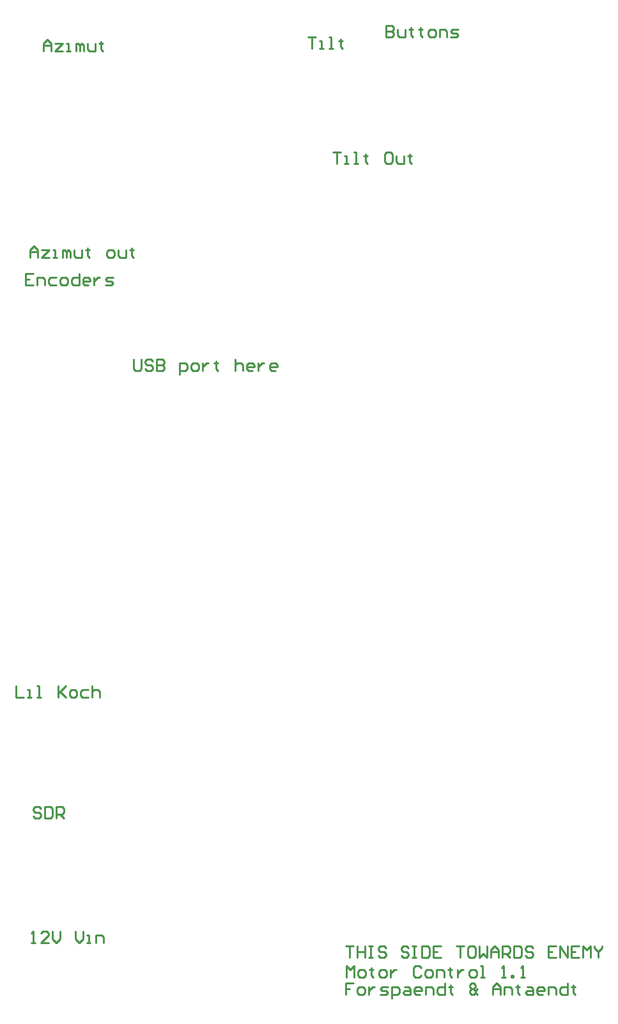
<source format=gbr>
%TF.GenerationSoftware,Altium Limited,Altium Designer,25.8.1 (18)*%
G04 Layer_Color=8421504*
%FSLAX45Y45*%
%MOMM*%
%TF.SameCoordinates,1B6F2BE7-5339-4887-9720-52C865558AB3*%
%TF.FilePolarity,Positive*%
%TF.FileFunction,Paste,Top*%
%TF.Part,Single*%
G01*
G75*
%TA.AperFunction,NonConductor*%
%ADD34C,0.25400*%
D34*
X10922000Y13182552D02*
X11023567D01*
X10972783D01*
Y13030200D01*
X11074351D02*
X11125134D01*
X11099743D01*
Y13131767D01*
X11074351D01*
X11201310Y13030200D02*
X11252093D01*
X11226701D01*
Y13182552D01*
X11201310D01*
X11353660Y13157159D02*
Y13131767D01*
X11328268D01*
X11379052D01*
X11353660D01*
Y13055592D01*
X11379052Y13030200D01*
X11683753Y13182552D02*
X11632970D01*
X11607578Y13157159D01*
Y13055592D01*
X11632970Y13030200D01*
X11683753D01*
X11709145Y13055592D01*
Y13157159D01*
X11683753Y13182552D01*
X11759929Y13131767D02*
Y13055592D01*
X11785321Y13030200D01*
X11861496D01*
Y13131767D01*
X11937671Y13157159D02*
Y13131767D01*
X11912279D01*
X11963063D01*
X11937671D01*
Y13055592D01*
X11963063Y13030200D01*
X6946867Y11569651D02*
X6845300D01*
Y11417300D01*
X6946867D01*
X6845300Y11493475D02*
X6896083D01*
X6997651Y11417300D02*
Y11518867D01*
X7073826D01*
X7099218Y11493475D01*
Y11417300D01*
X7251569Y11518867D02*
X7175393D01*
X7150001Y11493475D01*
Y11442692D01*
X7175393Y11417300D01*
X7251569D01*
X7327744D02*
X7378528D01*
X7403919Y11442692D01*
Y11493475D01*
X7378528Y11518867D01*
X7327744D01*
X7302352Y11493475D01*
Y11442692D01*
X7327744Y11417300D01*
X7556270Y11569651D02*
Y11417300D01*
X7480095D01*
X7454703Y11442692D01*
Y11493475D01*
X7480095Y11518867D01*
X7556270D01*
X7683229Y11417300D02*
X7632445D01*
X7607054Y11442692D01*
Y11493475D01*
X7632445Y11518867D01*
X7683229D01*
X7708621Y11493475D01*
Y11468083D01*
X7607054D01*
X7759404Y11518867D02*
Y11417300D01*
Y11468083D01*
X7784796Y11493475D01*
X7810188Y11518867D01*
X7835580D01*
X7911755Y11417300D02*
X7987930D01*
X8013322Y11442692D01*
X7987930Y11468083D01*
X7937147D01*
X7911755Y11493475D01*
X7937147Y11518867D01*
X8013322D01*
X6908800Y11785600D02*
Y11887167D01*
X6959583Y11937951D01*
X7010367Y11887167D01*
Y11785600D01*
Y11861775D01*
X6908800D01*
X7061151Y11887167D02*
X7162718D01*
X7061151Y11785600D01*
X7162718D01*
X7213501D02*
X7264285D01*
X7238893D01*
Y11887167D01*
X7213501D01*
X7340460Y11785600D02*
Y11887167D01*
X7365852D01*
X7391244Y11861775D01*
Y11785600D01*
Y11861775D01*
X7416636Y11887167D01*
X7442028Y11861775D01*
Y11785600D01*
X7492811Y11887167D02*
Y11810992D01*
X7518203Y11785600D01*
X7594378D01*
Y11887167D01*
X7670554Y11912559D02*
Y11887167D01*
X7645162D01*
X7695945D01*
X7670554D01*
Y11810992D01*
X7695945Y11785600D01*
X7949863D02*
X8000647D01*
X8026039Y11810992D01*
Y11861775D01*
X8000647Y11887167D01*
X7949863D01*
X7924471Y11861775D01*
Y11810992D01*
X7949863Y11785600D01*
X8076822Y11887167D02*
Y11810992D01*
X8102214Y11785600D01*
X8178389D01*
Y11887167D01*
X8254565Y11912559D02*
Y11887167D01*
X8229173D01*
X8279956D01*
X8254565D01*
Y11810992D01*
X8279956Y11785600D01*
X8280400Y10439334D02*
Y10312375D01*
X8305792Y10286983D01*
X8356575D01*
X8381967Y10312375D01*
Y10439334D01*
X8534318Y10413942D02*
X8508926Y10439334D01*
X8458143D01*
X8432751Y10413942D01*
Y10388551D01*
X8458143Y10363159D01*
X8508926D01*
X8534318Y10337767D01*
Y10312375D01*
X8508926Y10286983D01*
X8458143D01*
X8432751Y10312375D01*
X8585101Y10439334D02*
Y10286983D01*
X8661277D01*
X8686669Y10312375D01*
Y10337767D01*
X8661277Y10363159D01*
X8585101D01*
X8661277D01*
X8686669Y10388551D01*
Y10413942D01*
X8661277Y10439334D01*
X8585101D01*
X8889803Y10236200D02*
Y10388551D01*
X8965978D01*
X8991370Y10363159D01*
Y10312375D01*
X8965978Y10286983D01*
X8889803D01*
X9067545D02*
X9118329D01*
X9143721Y10312375D01*
Y10363159D01*
X9118329Y10388551D01*
X9067545D01*
X9042154Y10363159D01*
Y10312375D01*
X9067545Y10286983D01*
X9194504Y10388551D02*
Y10286983D01*
Y10337767D01*
X9219896Y10363159D01*
X9245288Y10388551D01*
X9270680D01*
X9372247Y10413942D02*
Y10388551D01*
X9346855D01*
X9397639D01*
X9372247D01*
Y10312375D01*
X9397639Y10286983D01*
X9626165Y10439334D02*
Y10286983D01*
Y10363159D01*
X9651557Y10388551D01*
X9702340D01*
X9727732Y10363159D01*
Y10286983D01*
X9854691D02*
X9803907D01*
X9778515Y10312375D01*
Y10363159D01*
X9803907Y10388551D01*
X9854691D01*
X9880083Y10363159D01*
Y10337767D01*
X9778515D01*
X9930866Y10388551D02*
Y10286983D01*
Y10337767D01*
X9956258Y10363159D01*
X9981650Y10388551D01*
X10007041D01*
X10159392Y10286983D02*
X10108609D01*
X10083217Y10312375D01*
Y10363159D01*
X10108609Y10388551D01*
X10159392D01*
X10184784Y10363159D01*
Y10337767D01*
X10083217D01*
X11188667Y2171634D02*
X11087100D01*
Y2095459D01*
X11137883D01*
X11087100D01*
Y2019283D01*
X11264843D02*
X11315626D01*
X11341018Y2044675D01*
Y2095459D01*
X11315626Y2120851D01*
X11264843D01*
X11239451Y2095459D01*
Y2044675D01*
X11264843Y2019283D01*
X11391801Y2120851D02*
Y2019283D01*
Y2070067D01*
X11417193Y2095459D01*
X11442585Y2120851D01*
X11467977D01*
X11544152Y2019283D02*
X11620328D01*
X11645719Y2044675D01*
X11620328Y2070067D01*
X11569544D01*
X11544152Y2095459D01*
X11569544Y2120851D01*
X11645719D01*
X11696503Y1968500D02*
Y2120851D01*
X11772678D01*
X11798070Y2095459D01*
Y2044675D01*
X11772678Y2019283D01*
X11696503D01*
X11874245Y2120851D02*
X11925029D01*
X11950421Y2095459D01*
Y2019283D01*
X11874245D01*
X11848854Y2044675D01*
X11874245Y2070067D01*
X11950421D01*
X12077380Y2019283D02*
X12026596D01*
X12001204Y2044675D01*
Y2095459D01*
X12026596Y2120851D01*
X12077380D01*
X12102772Y2095459D01*
Y2070067D01*
X12001204D01*
X12153555Y2019283D02*
Y2120851D01*
X12229730D01*
X12255122Y2095459D01*
Y2019283D01*
X12407473Y2171634D02*
Y2019283D01*
X12331298D01*
X12305906Y2044675D01*
Y2095459D01*
X12331298Y2120851D01*
X12407473D01*
X12483648Y2146242D02*
Y2120851D01*
X12458257D01*
X12509040D01*
X12483648D01*
Y2044675D01*
X12509040Y2019283D01*
X12839133D02*
X12813741Y2044675D01*
X12788350Y2019283D01*
X12762958D01*
X12737566Y2044675D01*
Y2070067D01*
X12762958Y2095459D01*
X12737566Y2120851D01*
Y2146242D01*
X12762958Y2171634D01*
X12788350D01*
X12813741Y2146242D01*
Y2120851D01*
X12788350Y2095459D01*
X12813741Y2070067D01*
Y2044675D01*
X12839133Y2095459D02*
X12813741Y2070067D01*
X12762958Y2095459D02*
X12788350D01*
X13042268Y2019283D02*
Y2120851D01*
X13093051Y2171634D01*
X13143835Y2120851D01*
Y2019283D01*
Y2095459D01*
X13042268D01*
X13194618Y2019283D02*
Y2120851D01*
X13270795D01*
X13296185Y2095459D01*
Y2019283D01*
X13372362Y2146242D02*
Y2120851D01*
X13346970D01*
X13397752D01*
X13372362D01*
Y2044675D01*
X13397752Y2019283D01*
X13499319Y2120851D02*
X13550104D01*
X13575494Y2095459D01*
Y2019283D01*
X13499319D01*
X13473927Y2044675D01*
X13499319Y2070067D01*
X13575494D01*
X13702454Y2019283D02*
X13651669D01*
X13626279Y2044675D01*
Y2095459D01*
X13651669Y2120851D01*
X13702454D01*
X13727846Y2095459D01*
Y2070067D01*
X13626279D01*
X13778629Y2019283D02*
Y2120851D01*
X13854805D01*
X13880197Y2095459D01*
Y2019283D01*
X14032547Y2171634D02*
Y2019283D01*
X13956372D01*
X13930980Y2044675D01*
Y2095459D01*
X13956372Y2120851D01*
X14032547D01*
X14108723Y2146242D02*
Y2120851D01*
X14083331D01*
X14134114D01*
X14108723D01*
Y2044675D01*
X14134114Y2019283D01*
X11099800Y2247900D02*
Y2400251D01*
X11150583Y2349467D01*
X11201367Y2400251D01*
Y2247900D01*
X11277543D02*
X11328326D01*
X11353718Y2273292D01*
Y2324075D01*
X11328326Y2349467D01*
X11277543D01*
X11252151Y2324075D01*
Y2273292D01*
X11277543Y2247900D01*
X11429893Y2374859D02*
Y2349467D01*
X11404501D01*
X11455285D01*
X11429893D01*
Y2273292D01*
X11455285Y2247900D01*
X11556852D02*
X11607636D01*
X11633028Y2273292D01*
Y2324075D01*
X11607636Y2349467D01*
X11556852D01*
X11531460Y2324075D01*
Y2273292D01*
X11556852Y2247900D01*
X11683811Y2349467D02*
Y2247900D01*
Y2298683D01*
X11709203Y2324075D01*
X11734595Y2349467D01*
X11759986D01*
X12090080Y2374859D02*
X12064688Y2400251D01*
X12013904D01*
X11988512Y2374859D01*
Y2273292D01*
X12013904Y2247900D01*
X12064688D01*
X12090080Y2273292D01*
X12166255Y2247900D02*
X12217039D01*
X12242430Y2273292D01*
Y2324075D01*
X12217039Y2349467D01*
X12166255D01*
X12140863Y2324075D01*
Y2273292D01*
X12166255Y2247900D01*
X12293214D02*
Y2349467D01*
X12369389D01*
X12394781Y2324075D01*
Y2247900D01*
X12470957Y2374859D02*
Y2349467D01*
X12445565D01*
X12496348D01*
X12470957D01*
Y2273292D01*
X12496348Y2247900D01*
X12572523Y2349467D02*
Y2247900D01*
Y2298683D01*
X12597915Y2324075D01*
X12623307Y2349467D01*
X12648699D01*
X12750266Y2247900D02*
X12801050D01*
X12826440Y2273292D01*
Y2324075D01*
X12801050Y2349467D01*
X12750266D01*
X12724874Y2324075D01*
Y2273292D01*
X12750266Y2247900D01*
X12877225D02*
X12928008D01*
X12902617D01*
Y2400251D01*
X12877225D01*
X13156535Y2247900D02*
X13207318D01*
X13181926D01*
Y2400251D01*
X13156535Y2374859D01*
X13283493Y2247900D02*
Y2273292D01*
X13308885D01*
Y2247900D01*
X13283493D01*
X13410452D02*
X13461237D01*
X13435844D01*
Y2400251D01*
X13410452Y2374859D01*
X11087100Y2666951D02*
X11188667D01*
X11137883D01*
Y2514600D01*
X11239451Y2666951D02*
Y2514600D01*
Y2590775D01*
X11341018D01*
Y2666951D01*
Y2514600D01*
X11391801Y2666951D02*
X11442585D01*
X11417193D01*
Y2514600D01*
X11391801D01*
X11442585D01*
X11620328Y2641559D02*
X11594936Y2666951D01*
X11544152D01*
X11518760Y2641559D01*
Y2616167D01*
X11544152Y2590775D01*
X11594936D01*
X11620328Y2565383D01*
Y2539992D01*
X11594936Y2514600D01*
X11544152D01*
X11518760Y2539992D01*
X11925029Y2641559D02*
X11899637Y2666951D01*
X11848854D01*
X11823462Y2641559D01*
Y2616167D01*
X11848854Y2590775D01*
X11899637D01*
X11925029Y2565383D01*
Y2539992D01*
X11899637Y2514600D01*
X11848854D01*
X11823462Y2539992D01*
X11975812Y2666951D02*
X12026596D01*
X12001204D01*
Y2514600D01*
X11975812D01*
X12026596D01*
X12102771Y2666951D02*
Y2514600D01*
X12178947D01*
X12204339Y2539992D01*
Y2641559D01*
X12178947Y2666951D01*
X12102771D01*
X12356689D02*
X12255122D01*
Y2514600D01*
X12356689D01*
X12255122Y2590775D02*
X12305906D01*
X12559823Y2666951D02*
X12661391D01*
X12610607D01*
Y2514600D01*
X12788350Y2666951D02*
X12737566D01*
X12712174Y2641559D01*
Y2539992D01*
X12737566Y2514600D01*
X12788350D01*
X12813741Y2539992D01*
Y2641559D01*
X12788350Y2666951D01*
X12864525D02*
Y2514600D01*
X12915308Y2565383D01*
X12966092Y2514600D01*
Y2666951D01*
X13016876Y2514600D02*
Y2616167D01*
X13067659Y2666951D01*
X13118443Y2616167D01*
Y2514600D01*
Y2590775D01*
X13016876D01*
X13169226Y2514600D02*
Y2666951D01*
X13245403D01*
X13270795Y2641559D01*
Y2590775D01*
X13245403Y2565383D01*
X13169226D01*
X13220010D02*
X13270795Y2514600D01*
X13321577Y2666951D02*
Y2514600D01*
X13397752D01*
X13423145Y2539992D01*
Y2641559D01*
X13397752Y2666951D01*
X13321577D01*
X13575494Y2641559D02*
X13550104Y2666951D01*
X13499319D01*
X13473927Y2641559D01*
Y2616167D01*
X13499319Y2590775D01*
X13550104D01*
X13575494Y2565383D01*
Y2539992D01*
X13550104Y2514600D01*
X13499319D01*
X13473927Y2539992D01*
X13880197Y2666951D02*
X13778629D01*
Y2514600D01*
X13880197D01*
X13778629Y2590775D02*
X13829413D01*
X13930980Y2514600D02*
Y2666951D01*
X14032547Y2514600D01*
Y2666951D01*
X14184898D02*
X14083331D01*
Y2514600D01*
X14184898D01*
X14083331Y2590775D02*
X14134114D01*
X14235681Y2514600D02*
Y2666951D01*
X14286465Y2616167D01*
X14337250Y2666951D01*
Y2514600D01*
X14388033Y2666951D02*
Y2641559D01*
X14438815Y2590775D01*
X14489600Y2641559D01*
Y2666951D01*
X14438815Y2590775D02*
Y2514600D01*
X10591800Y14706551D02*
X10693367D01*
X10642583D01*
Y14554201D01*
X10744151D02*
X10794934D01*
X10769543D01*
Y14655766D01*
X10744151D01*
X10871110Y14554201D02*
X10921893D01*
X10896501D01*
Y14706551D01*
X10871110D01*
X11023460Y14681158D02*
Y14655766D01*
X10998068D01*
X11048852D01*
X11023460D01*
Y14579591D01*
X11048852Y14554201D01*
X6718300Y6108651D02*
Y5956300D01*
X6819867D01*
X6870651D02*
X6921434D01*
X6896043D01*
Y6057867D01*
X6870651D01*
X6997610Y5956300D02*
X7048393D01*
X7023001D01*
Y6108651D01*
X6997610D01*
X7276919D02*
Y5956300D01*
Y6007083D01*
X7378486Y6108651D01*
X7302311Y6032475D01*
X7378486Y5956300D01*
X7454662D02*
X7505445D01*
X7530837Y5981692D01*
Y6032475D01*
X7505445Y6057867D01*
X7454662D01*
X7429270Y6032475D01*
Y5981692D01*
X7454662Y5956300D01*
X7683188Y6057867D02*
X7607012D01*
X7581621Y6032475D01*
Y5981692D01*
X7607012Y5956300D01*
X7683188D01*
X7733971Y6108651D02*
Y5956300D01*
Y6032475D01*
X7759363Y6057867D01*
X7810147D01*
X7835539Y6032475D01*
Y5956300D01*
X7048467Y4483059D02*
X7023075Y4508451D01*
X6972292D01*
X6946900Y4483059D01*
Y4457667D01*
X6972292Y4432275D01*
X7023075D01*
X7048467Y4406883D01*
Y4381492D01*
X7023075Y4356100D01*
X6972292D01*
X6946900Y4381492D01*
X7099251Y4508451D02*
Y4356100D01*
X7175426D01*
X7200818Y4381492D01*
Y4483059D01*
X7175426Y4508451D01*
X7099251D01*
X7251601Y4356100D02*
Y4508451D01*
X7327777D01*
X7353169Y4483059D01*
Y4432275D01*
X7327777Y4406883D01*
X7251601D01*
X7302385D02*
X7353169Y4356100D01*
X11620500Y14858951D02*
Y14706599D01*
X11696675D01*
X11722067Y14731992D01*
Y14757384D01*
X11696675Y14782774D01*
X11620500D01*
X11696675D01*
X11722067Y14808167D01*
Y14833559D01*
X11696675Y14858951D01*
X11620500D01*
X11772851Y14808167D02*
Y14731992D01*
X11798243Y14706599D01*
X11874418D01*
Y14808167D01*
X11950593Y14833559D02*
Y14808167D01*
X11925201D01*
X11975985D01*
X11950593D01*
Y14731992D01*
X11975985Y14706599D01*
X12077552Y14833559D02*
Y14808167D01*
X12052160D01*
X12102944D01*
X12077552D01*
Y14731992D01*
X12102944Y14706599D01*
X12204511D02*
X12255295D01*
X12280686Y14731992D01*
Y14782774D01*
X12255295Y14808167D01*
X12204511D01*
X12179119Y14782774D01*
Y14731992D01*
X12204511Y14706599D01*
X12331470D02*
Y14808167D01*
X12407645D01*
X12433037Y14782774D01*
Y14706599D01*
X12483821D02*
X12559996D01*
X12585388Y14731992D01*
X12559996Y14757384D01*
X12509212D01*
X12483821Y14782774D01*
X12509212Y14808167D01*
X12585388D01*
X7086600Y14516100D02*
Y14617667D01*
X7137383Y14668451D01*
X7188167Y14617667D01*
Y14516100D01*
Y14592274D01*
X7086600D01*
X7238951Y14617667D02*
X7340518D01*
X7238951Y14516100D01*
X7340518D01*
X7391301D02*
X7442085D01*
X7416693D01*
Y14617667D01*
X7391301D01*
X7518260Y14516100D02*
Y14617667D01*
X7543652D01*
X7569044Y14592274D01*
Y14516100D01*
Y14592274D01*
X7594436Y14617667D01*
X7619828Y14592274D01*
Y14516100D01*
X7670611Y14617667D02*
Y14541492D01*
X7696003Y14516100D01*
X7772178D01*
Y14617667D01*
X7848354Y14643059D02*
Y14617667D01*
X7822962D01*
X7873745D01*
X7848354D01*
Y14541492D01*
X7873745Y14516100D01*
X6921500Y2705100D02*
X6972283D01*
X6946892D01*
Y2857451D01*
X6921500Y2832059D01*
X7150026Y2705100D02*
X7048459D01*
X7150026Y2806667D01*
Y2832059D01*
X7124634Y2857451D01*
X7073851D01*
X7048459Y2832059D01*
X7200810Y2857451D02*
Y2755883D01*
X7251593Y2705100D01*
X7302377Y2755883D01*
Y2857451D01*
X7505511D02*
Y2755883D01*
X7556295Y2705100D01*
X7607078Y2755883D01*
Y2857451D01*
X7657862Y2705100D02*
X7708645D01*
X7683254D01*
Y2806667D01*
X7657862D01*
X7784821Y2705100D02*
Y2806667D01*
X7860996D01*
X7886388Y2781275D01*
Y2705100D01*
%TF.MD5,4576c9b60f20e07c3de72946e4e86622*%
M02*

</source>
